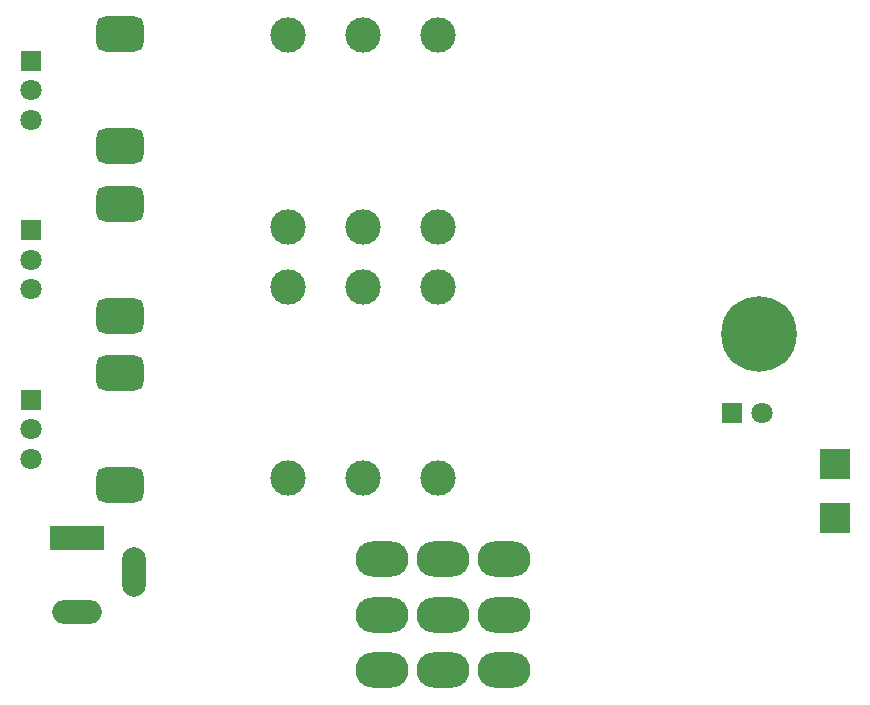
<source format=gbr>
%TF.GenerationSoftware,KiCad,Pcbnew,9.0.2*%
%TF.CreationDate,2025-06-30T18:01:48+12:00*%
%TF.ProjectId,Delay,44656c61-792e-46b6-9963-61645f706362,rev?*%
%TF.SameCoordinates,Original*%
%TF.FileFunction,Copper,L2,Bot*%
%TF.FilePolarity,Positive*%
%FSLAX46Y46*%
G04 Gerber Fmt 4.6, Leading zero omitted, Abs format (unit mm)*
G04 Created by KiCad (PCBNEW 9.0.2) date 2025-06-30 18:01:48*
%MOMM*%
%LPD*%
G01*
G04 APERTURE LIST*
G04 Aperture macros list*
%AMRoundRect*
0 Rectangle with rounded corners*
0 $1 Rounding radius*
0 $2 $3 $4 $5 $6 $7 $8 $9 X,Y pos of 4 corners*
0 Add a 4 corners polygon primitive as box body*
4,1,4,$2,$3,$4,$5,$6,$7,$8,$9,$2,$3,0*
0 Add four circle primitives for the rounded corners*
1,1,$1+$1,$2,$3*
1,1,$1+$1,$4,$5*
1,1,$1+$1,$6,$7*
1,1,$1+$1,$8,$9*
0 Add four rect primitives between the rounded corners*
20,1,$1+$1,$2,$3,$4,$5,0*
20,1,$1+$1,$4,$5,$6,$7,0*
20,1,$1+$1,$6,$7,$8,$9,0*
20,1,$1+$1,$8,$9,$2,$3,0*%
G04 Aperture macros list end*
%TA.AperFunction,ComponentPad*%
%ADD10C,0.800000*%
%TD*%
%TA.AperFunction,ComponentPad*%
%ADD11C,6.400000*%
%TD*%
%TA.AperFunction,ComponentPad*%
%ADD12R,2.500000X2.500000*%
%TD*%
%TA.AperFunction,ComponentPad*%
%ADD13R,4.600000X2.000000*%
%TD*%
%TA.AperFunction,ComponentPad*%
%ADD14O,4.200000X2.000000*%
%TD*%
%TA.AperFunction,ComponentPad*%
%ADD15O,2.000000X4.200000*%
%TD*%
%TA.AperFunction,ComponentPad*%
%ADD16R,1.800000X1.800000*%
%TD*%
%TA.AperFunction,ComponentPad*%
%ADD17C,1.800000*%
%TD*%
%TA.AperFunction,ComponentPad*%
%ADD18RoundRect,0.750000X-1.250000X-0.750000X1.250000X-0.750000X1.250000X0.750000X-1.250000X0.750000X0*%
%TD*%
%TA.AperFunction,ComponentPad*%
%ADD19C,3.000000*%
%TD*%
%TA.AperFunction,ComponentPad*%
%ADD20O,4.500000X3.000000*%
%TD*%
G04 APERTURE END LIST*
D10*
%TO.P,H4,1*%
%TO.N,N/C*%
X135685000Y-55940000D03*
X136387944Y-54242944D03*
X136387944Y-57637056D03*
X138085000Y-53540000D03*
D11*
X138085000Y-55940000D03*
D10*
X138085000Y-58340000D03*
X139782056Y-54242944D03*
X139782056Y-57637056D03*
X140485000Y-55940000D03*
%TD*%
D12*
%TO.P,TP2,1,1*%
%TO.N,Net-(J4-PadSN)*%
X144500000Y-71500000D03*
%TD*%
%TO.P,TP1,1,1*%
%TO.N,Net-(J2-Pad3)*%
X144500000Y-66950000D03*
%TD*%
D13*
%TO.P,J2,1*%
%TO.N,GND*%
X80335000Y-73190000D03*
D14*
%TO.P,J2,2*%
%TO.N,+9V*%
X80335000Y-79490000D03*
D15*
%TO.P,J2,3*%
%TO.N,Net-(J2-Pad3)*%
X85135000Y-76090000D03*
%TD*%
D16*
%TO.P,REPEATS1,1,1*%
%TO.N,GND*%
X76485000Y-47140000D03*
D17*
%TO.P,REPEATS1,2,2*%
%TO.N,Net-(C14-Pad1)*%
X76485000Y-49640000D03*
%TO.P,REPEATS1,3,3*%
%TO.N,Net-(C15-Pad2)*%
X76485000Y-52140000D03*
D18*
%TO.P,REPEATS1,MP*%
%TO.N,N/C*%
X83985000Y-44890000D03*
X83985000Y-54390000D03*
%TD*%
D16*
%TO.P,TIME1,1,1*%
%TO.N,GND*%
X76485000Y-61490000D03*
D17*
%TO.P,TIME1,2,2*%
%TO.N,Net-(R1-Pad1)*%
X76485000Y-63990000D03*
%TO.P,TIME1,3,3*%
X76485000Y-66490000D03*
D18*
%TO.P,TIME1,MP*%
%TO.N,N/C*%
X83985000Y-59240000D03*
X83985000Y-68740000D03*
%TD*%
D16*
%TO.P,LEVEL1,1,1*%
%TO.N,GND*%
X76485000Y-32790000D03*
D17*
%TO.P,LEVEL1,2,2*%
%TO.N,Net-(CF4-Pad2)*%
X76485000Y-35290000D03*
%TO.P,LEVEL1,3,3*%
%TO.N,Net-(CF2-Pad1)*%
X76485000Y-37790000D03*
D18*
%TO.P,LEVEL1,MP*%
%TO.N,N/C*%
X83985000Y-30540000D03*
X83985000Y-40040000D03*
%TD*%
D19*
%TO.P,J5,R*%
%TO.N,N/C*%
X104585000Y-51920000D03*
%TO.P,J5,RN*%
X104585000Y-68150000D03*
%TO.P,J5,S*%
%TO.N,GND*%
X110935000Y-51920000D03*
%TO.P,J5,SN*%
%TO.N,unconnected-(J5-PadSN)*%
X110935000Y-68150000D03*
%TO.P,J5,T*%
%TO.N,Guitar Out*%
X98235000Y-51920000D03*
%TO.P,J5,TN*%
%TO.N,unconnected-(J5-PadTN)*%
X98235000Y-68150000D03*
%TD*%
%TO.P,J4,R*%
%TO.N,N/C*%
X104585000Y-30640000D03*
%TO.P,J4,RN*%
X104585000Y-46870000D03*
%TO.P,J4,S*%
%TO.N,GND*%
X110935000Y-30640000D03*
%TO.P,J4,SN*%
%TO.N,Net-(J4-PadSN)*%
X110935000Y-46870000D03*
%TO.P,J4,T*%
%TO.N,Guitar In*%
X98235000Y-30640000D03*
%TO.P,J4,TN*%
%TO.N,unconnected-(J4-PadTN)*%
X98235000Y-46870000D03*
%TD*%
D20*
%TO.P,S1,1*%
%TO.N,Wet In*%
X106140000Y-75025000D03*
%TO.P,S1,2*%
%TO.N,Guitar In*%
X106140000Y-79725000D03*
%TO.P,S1,3*%
%TO.N,Net-(S1-Pad3)*%
X106140000Y-84425000D03*
%TO.P,S1,4*%
%TO.N,Net-(D1-K)*%
X111340000Y-75025000D03*
%TO.P,S1,5*%
%TO.N,GND*%
X111340000Y-79725000D03*
%TO.P,S1,6*%
%TO.N,Wet In*%
X111340000Y-84425000D03*
%TO.P,S1,7*%
%TO.N,Wet Out*%
X116540000Y-75025000D03*
%TO.P,S1,8*%
%TO.N,Guitar Out*%
X116540000Y-79725000D03*
%TO.P,S1,9*%
%TO.N,Net-(S1-Pad3)*%
X116540000Y-84425000D03*
%TD*%
D16*
%TO.P,D1,1,K*%
%TO.N,Net-(D1-K)*%
X135785000Y-62650000D03*
D17*
%TO.P,D1,2,A*%
%TO.N,Net-(D1-A)*%
X138325000Y-62650000D03*
%TD*%
M02*

</source>
